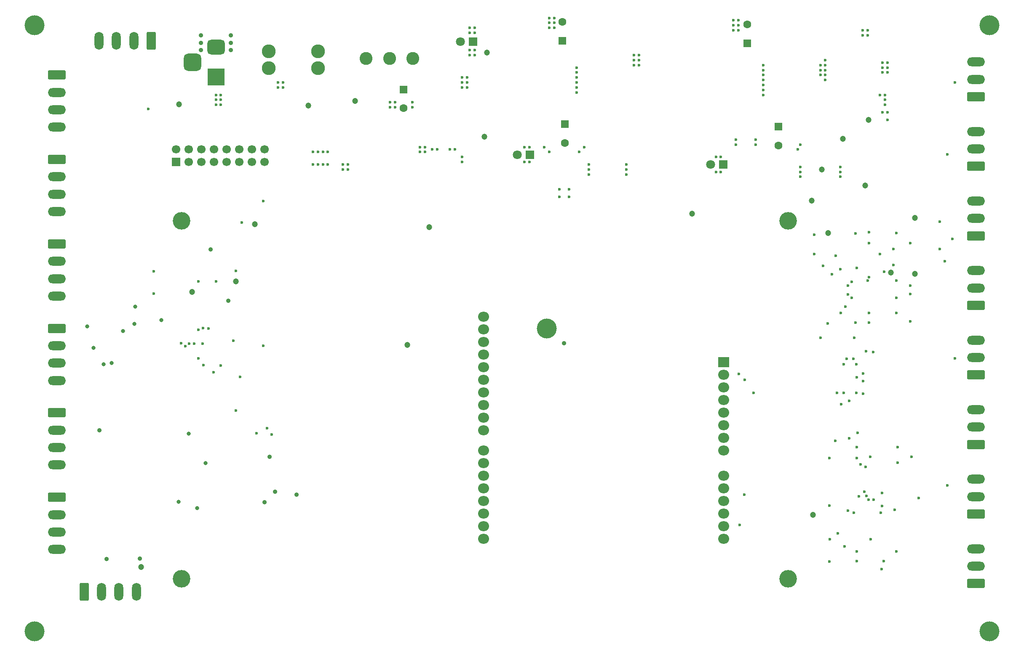
<source format=gbr>
%TF.GenerationSoftware,KiCad,Pcbnew,9.0.6-9.0.6~ubuntu24.04.1*%
%TF.CreationDate,2025-11-26T16:44:32+01:00*%
%TF.ProjectId,HVAC_STM32F7_PCB,48564143-5f53-4544-9d33-3246375f5043,rev?*%
%TF.SameCoordinates,Original*%
%TF.FileFunction,Copper,L2,Inr*%
%TF.FilePolarity,Positive*%
%FSLAX46Y46*%
G04 Gerber Fmt 4.6, Leading zero omitted, Abs format (unit mm)*
G04 Created by KiCad (PCBNEW 9.0.6-9.0.6~ubuntu24.04.1) date 2025-11-26 16:44:32*
%MOMM*%
%LPD*%
G01*
G04 APERTURE LIST*
G04 Aperture macros list*
%AMRoundRect*
0 Rectangle with rounded corners*
0 $1 Rounding radius*
0 $2 $3 $4 $5 $6 $7 $8 $9 X,Y pos of 4 corners*
0 Add a 4 corners polygon primitive as box body*
4,1,4,$2,$3,$4,$5,$6,$7,$8,$9,$2,$3,0*
0 Add four circle primitives for the rounded corners*
1,1,$1+$1,$2,$3*
1,1,$1+$1,$4,$5*
1,1,$1+$1,$6,$7*
1,1,$1+$1,$8,$9*
0 Add four rect primitives between the rounded corners*
20,1,$1+$1,$2,$3,$4,$5,0*
20,1,$1+$1,$4,$5,$6,$7,0*
20,1,$1+$1,$6,$7,$8,$9,0*
20,1,$1+$1,$8,$9,$2,$3,0*%
G04 Aperture macros list end*
%TA.AperFunction,ComponentPad*%
%ADD10RoundRect,0.250000X-1.550000X0.650000X-1.550000X-0.650000X1.550000X-0.650000X1.550000X0.650000X0*%
%TD*%
%TA.AperFunction,ComponentPad*%
%ADD11O,3.600000X1.800000*%
%TD*%
%TA.AperFunction,ComponentPad*%
%ADD12RoundRect,0.250000X-0.650000X-1.550000X0.650000X-1.550000X0.650000X1.550000X-0.650000X1.550000X0*%
%TD*%
%TA.AperFunction,ComponentPad*%
%ADD13O,1.800000X3.600000*%
%TD*%
%TA.AperFunction,ComponentPad*%
%ADD14C,2.780000*%
%TD*%
%TA.AperFunction,ComponentPad*%
%ADD15RoundRect,0.250000X1.550000X-0.650000X1.550000X0.650000X-1.550000X0.650000X-1.550000X-0.650000X0*%
%TD*%
%TA.AperFunction,ComponentPad*%
%ADD16RoundRect,0.250000X0.550000X-0.550000X0.550000X0.550000X-0.550000X0.550000X-0.550000X-0.550000X0*%
%TD*%
%TA.AperFunction,ComponentPad*%
%ADD17C,1.600000*%
%TD*%
%TA.AperFunction,ComponentPad*%
%ADD18R,1.700000X1.700000*%
%TD*%
%TA.AperFunction,ComponentPad*%
%ADD19C,1.700000*%
%TD*%
%TA.AperFunction,ComponentPad*%
%ADD20R,2.200000X2.000000*%
%TD*%
%TA.AperFunction,ComponentPad*%
%ADD21O,2.200000X2.000000*%
%TD*%
%TA.AperFunction,ComponentPad*%
%ADD22C,3.540000*%
%TD*%
%TA.AperFunction,ComponentPad*%
%ADD23RoundRect,0.250000X-0.550000X0.550000X-0.550000X-0.550000X0.550000X-0.550000X0.550000X0.550000X0*%
%TD*%
%TA.AperFunction,ComponentPad*%
%ADD24C,2.600000*%
%TD*%
%TA.AperFunction,ComponentPad*%
%ADD25R,3.500000X3.500000*%
%TD*%
%TA.AperFunction,ComponentPad*%
%ADD26RoundRect,0.750000X-1.000000X0.750000X-1.000000X-0.750000X1.000000X-0.750000X1.000000X0.750000X0*%
%TD*%
%TA.AperFunction,ComponentPad*%
%ADD27RoundRect,0.875000X-0.875000X0.875000X-0.875000X-0.875000X0.875000X-0.875000X0.875000X0.875000X0*%
%TD*%
%TA.AperFunction,ComponentPad*%
%ADD28R,1.800000X1.800000*%
%TD*%
%TA.AperFunction,ComponentPad*%
%ADD29C,1.800000*%
%TD*%
%TA.AperFunction,ComponentPad*%
%ADD30RoundRect,0.250000X0.650000X1.550000X-0.650000X1.550000X-0.650000X-1.550000X0.650000X-1.550000X0*%
%TD*%
%TA.AperFunction,ViaPad*%
%ADD31C,0.600000*%
%TD*%
%TA.AperFunction,ViaPad*%
%ADD32C,0.900000*%
%TD*%
%TA.AperFunction,ViaPad*%
%ADD33C,0.800000*%
%TD*%
%TA.AperFunction,ViaPad*%
%ADD34C,4.000000*%
%TD*%
%TA.AperFunction,ViaPad*%
%ADD35C,1.200000*%
%TD*%
G04 APERTURE END LIST*
D10*
%TO.N,GNDA*%
%TO.C,J4*%
X39500000Y-62000000D03*
D11*
%TO.N,Net-(J18-Pin_5)*%
X39500000Y-65500000D03*
%TO.N,Net-(J4-SIG)*%
X39500000Y-69000000D03*
%TO.N,+24V*%
X39500000Y-72500000D03*
%TD*%
D12*
%TO.N,GNDA*%
%TO.C,J15*%
X45000000Y-149000000D03*
D13*
%TO.N,Net-(J15-GND)*%
X48500000Y-149000000D03*
%TO.N,Net-(J15-SIG)*%
X52000000Y-149000000D03*
%TO.N,+24V*%
X55500000Y-149000000D03*
%TD*%
D14*
%TO.N,Net-(F1-Pad1)*%
%TO.C,F1*%
X82137500Y-40190000D03*
X82137500Y-43590000D03*
%TO.N,Net-(D3-A2)*%
X92057500Y-40190000D03*
X92057500Y-43590000D03*
%TD*%
D15*
%TO.N,GNDA*%
%TO.C,J12*%
X224300000Y-133375000D03*
D11*
%TO.N,Net-(J12-GND)*%
X224300000Y-129875000D03*
%TO.N,GND*%
X224300000Y-126375000D03*
%TD*%
D16*
%TO.N,+24V*%
%TO.C,C2*%
X141100000Y-38102651D03*
D17*
%TO.N,GND*%
X141100000Y-34302651D03*
%TD*%
D10*
%TO.N,GNDA*%
%TO.C,J16*%
X39500000Y-113000000D03*
D11*
%TO.N,Net-(J16-GND)*%
X39500000Y-116500000D03*
%TO.N,Net-(J16-SIG)*%
X39500000Y-120000000D03*
%TO.N,+24V*%
X39500000Y-123500000D03*
%TD*%
D10*
%TO.N,GNDA*%
%TO.C,J14*%
X39500000Y-96000000D03*
D11*
%TO.N,Net-(J14-GND)*%
X39500000Y-99500000D03*
%TO.N,Net-(J14-SIG)*%
X39500000Y-103000000D03*
%TO.N,+24V*%
X39500000Y-106500000D03*
%TD*%
D18*
%TO.N,Net-(J18-Pin_1)*%
%TO.C,J18*%
X63520000Y-62540000D03*
D19*
%TO.N,GND*%
X63520000Y-60000000D03*
%TO.N,Net-(J18-Pin_3)*%
X66060000Y-62540000D03*
%TO.N,GND*%
X66060000Y-60000000D03*
%TO.N,Net-(J18-Pin_5)*%
X68600000Y-62540000D03*
%TO.N,GND*%
X68600000Y-60000000D03*
%TO.N,Net-(J18-Pin_7)*%
X71140000Y-62540000D03*
%TO.N,GND*%
X71140000Y-60000000D03*
%TO.N,Net-(J14-GND)*%
X73680000Y-62540000D03*
%TO.N,GND*%
X73680000Y-60000000D03*
%TO.N,Net-(J16-GND)*%
X76220000Y-62540000D03*
%TO.N,GND*%
X76220000Y-60000000D03*
%TO.N,Net-(J17-GND)*%
X78760000Y-62540000D03*
%TO.N,GND*%
X78760000Y-60000000D03*
%TO.N,Net-(J15-GND)*%
X81300000Y-62540000D03*
%TO.N,GND*%
X81300000Y-60000000D03*
%TD*%
D20*
%TO.N,unconnected-(A1-NC-Pad1)*%
%TO.C,A1*%
X173550000Y-102815000D03*
D21*
%TO.N,unconnected-(A1-IOREF-Pad2)*%
X173550000Y-105355000D03*
%TO.N,unconnected-(A1-~{RESET}-Pad3)*%
X173550000Y-107895000D03*
%TO.N,unconnected-(A1-3V3-Pad4)*%
X173550000Y-110435000D03*
%TO.N,unconnected-(A1-+5V-Pad5)*%
X173550000Y-112975000D03*
%TO.N,GND*%
X173550000Y-115515000D03*
X173550000Y-118055000D03*
%TO.N,+3.3V*%
X173550000Y-120595000D03*
%TO.N,unconnected-(A1-A0-Pad9)*%
X173550000Y-125675000D03*
%TO.N,unconnected-(A1-A1-Pad10)*%
X173550000Y-128215000D03*
%TO.N,MOSI_OUT*%
X173550000Y-130755000D03*
%TO.N,unconnected-(A1-A3-Pad12)*%
X173550000Y-133295000D03*
%TO.N,SCK_OUT*%
X173550000Y-135835000D03*
%TO.N,NSS_OUT*%
X173550000Y-138375000D03*
%TO.N,unconnected-(A1-D0{slash}S6RX-Pad15)*%
X125290000Y-138375000D03*
%TO.N,unconnected-(A1-D1{slash}S6TX-Pad16)*%
X125290000Y-135835000D03*
%TO.N,unconnected-(A1-D2-Pad17)*%
X125290000Y-133295000D03*
%TO.N,unconnected-(A1-D3-Pad18)*%
X125290000Y-130755000D03*
%TO.N,unconnected-(A1-D4-Pad19)*%
X125290000Y-128215000D03*
%TO.N,Net-(A1-D5)*%
X125290000Y-125675000D03*
%TO.N,Net-(A1-D6)*%
X125290000Y-123135000D03*
%TO.N,Net-(A1-D7)*%
X125290000Y-120595000D03*
%TO.N,Net-(A1-D8)*%
X125290000Y-116535000D03*
%TO.N,unconnected-(A1-D9-Pad24)*%
X125290000Y-113995000D03*
%TO.N,unconnected-(A1-D10-Pad25)*%
X125290000Y-111455000D03*
%TO.N,unconnected-(A1-D11-Pad26)*%
X125290000Y-108915000D03*
%TO.N,unconnected-(A1-D12-Pad27)*%
X125290000Y-106375000D03*
%TO.N,unconnected-(A1-D13-Pad28)*%
X125290000Y-103835000D03*
%TO.N,GND*%
X125290000Y-101295000D03*
%TO.N,unconnected-(A1-AREF-Pad30)*%
X125290000Y-98755000D03*
%TO.N,unconnected-(A1-SDA{slash}A4-Pad31)*%
X125290000Y-96215000D03*
%TO.N,unconnected-(A1-SCL{slash}A5-Pad32)*%
X125290000Y-93675000D03*
D22*
%TO.N,N/C*%
X186550000Y-74375000D03*
X64550000Y-74375000D03*
X186550000Y-146375000D03*
X64550000Y-146375000D03*
%TD*%
D16*
%TO.N,+24V*%
%TO.C,C5*%
X178300000Y-38602651D03*
D17*
%TO.N,GND*%
X178300000Y-34802651D03*
%TD*%
D15*
%TO.N,GNDA*%
%TO.C,J9*%
X224300000Y-91375000D03*
D11*
%TO.N,Net-(J9-GND)*%
X224300000Y-87875000D03*
%TO.N,GND*%
X224300000Y-84375000D03*
%TD*%
D23*
%TO.N,+3.3V*%
%TO.C,C8*%
X184550000Y-55422349D03*
D17*
%TO.N,GND*%
X184550000Y-59222349D03*
%TD*%
D10*
%TO.N,GNDA*%
%TO.C,J3*%
X39550000Y-45000000D03*
D11*
%TO.N,Net-(J18-Pin_3)*%
X39550000Y-48500000D03*
%TO.N,Net-(J3-SIG)*%
X39550000Y-52000000D03*
%TO.N,+24V*%
X39550000Y-55500000D03*
%TD*%
D24*
%TO.N,Net-(Q1-D)*%
%TO.C,SW1*%
X101700000Y-41690000D03*
%TO.N,Net-(SW1-B)*%
X106400000Y-41690000D03*
%TO.N,N/C*%
X111100000Y-41690000D03*
%TD*%
D25*
%TO.N,Net-(F1-Pad1)*%
%TO.C,J1*%
X71507500Y-45400000D03*
D26*
%TO.N,GND*%
X71507500Y-39400000D03*
D27*
%TO.N,N/C*%
X66807500Y-42400000D03*
%TD*%
D23*
%TO.N,Net-(SW1-B)*%
%TO.C,C15*%
X109200000Y-47900000D03*
D17*
%TO.N,GND*%
X109200000Y-51700000D03*
%TD*%
D28*
%TO.N,GND*%
%TO.C,D7*%
X134600000Y-61050000D03*
D29*
%TO.N,Net-(D7-A)*%
X132060000Y-61050000D03*
%TD*%
D10*
%TO.N,GNDA*%
%TO.C,J5*%
X39500000Y-79000000D03*
D11*
%TO.N,Net-(J18-Pin_7)*%
X39500000Y-82500000D03*
%TO.N,Net-(J5-SIG)*%
X39500000Y-86000000D03*
%TO.N,+24V*%
X39500000Y-89500000D03*
%TD*%
D23*
%TO.N,+5V*%
%TO.C,C3*%
X141600000Y-54847349D03*
D17*
%TO.N,GND*%
X141600000Y-58647349D03*
%TD*%
D30*
%TO.N,GNDA*%
%TO.C,J2*%
X58482500Y-38107500D03*
D13*
%TO.N,Net-(J18-Pin_1)*%
X54982500Y-38107500D03*
%TO.N,Net-(J2-SIG)*%
X51482500Y-38107500D03*
%TO.N,+24V*%
X47982500Y-38107500D03*
%TD*%
D15*
%TO.N,GNDA*%
%TO.C,J8*%
X224300000Y-77375000D03*
D11*
%TO.N,Net-(J8-GND)*%
X224300000Y-73875000D03*
%TO.N,GND*%
X224300000Y-70375000D03*
%TD*%
D15*
%TO.N,GNDA*%
%TO.C,J11*%
X224300000Y-119375000D03*
D11*
%TO.N,Net-(J11-GND)*%
X224300000Y-115875000D03*
%TO.N,GND*%
X224300000Y-112375000D03*
%TD*%
D15*
%TO.N,GNDA*%
%TO.C,J10*%
X224300000Y-105375000D03*
D11*
%TO.N,Net-(J10-GND)*%
X224300000Y-101875000D03*
%TO.N,GND*%
X224300000Y-98375000D03*
%TD*%
D15*
%TO.N,GNDA*%
%TO.C,J7*%
X224300000Y-63375000D03*
D11*
%TO.N,Net-(J7-GND)*%
X224300000Y-59875000D03*
%TO.N,GND*%
X224300000Y-56375000D03*
%TD*%
D10*
%TO.N,GNDA*%
%TO.C,J17*%
X39500000Y-130000000D03*
D11*
%TO.N,Net-(J17-GND)*%
X39500000Y-133500000D03*
%TO.N,Net-(J17-SIG)*%
X39500000Y-137000000D03*
%TO.N,+24V*%
X39500000Y-140500000D03*
%TD*%
D15*
%TO.N,GNDA*%
%TO.C,J6*%
X224300000Y-49375000D03*
D11*
%TO.N,Net-(J6-GND)*%
X224300000Y-45875000D03*
%TO.N,GND*%
X224300000Y-42375000D03*
%TD*%
D28*
%TO.N,GND*%
%TO.C,D6*%
X173450000Y-63025000D03*
D29*
%TO.N,Net-(D6-A)*%
X170910000Y-63025000D03*
%TD*%
D15*
%TO.N,GNDA*%
%TO.C,J13*%
X224300000Y-147375000D03*
D11*
%TO.N,Net-(J13-GND)*%
X224300000Y-143875000D03*
%TO.N,GND*%
X224300000Y-140375000D03*
%TD*%
D28*
%TO.N,GND*%
%TO.C,D5*%
X123200000Y-38300000D03*
D29*
%TO.N,Net-(D5-A)*%
X120660000Y-38300000D03*
%TD*%
D31*
%TO.N,GND*%
X181500000Y-49000000D03*
X181500000Y-47000000D03*
X181500000Y-48000000D03*
X181500000Y-46000000D03*
X181500000Y-44000000D03*
X181500000Y-43000000D03*
X181500000Y-45000000D03*
X144000000Y-48500000D03*
X144000000Y-47500000D03*
X144000000Y-46500000D03*
X144000000Y-45500000D03*
X144000000Y-44500000D03*
X144000000Y-43500000D03*
X175500000Y-34000000D03*
X176500000Y-36000000D03*
X175500000Y-36000000D03*
X176500000Y-35000000D03*
X175500000Y-35000000D03*
X176500000Y-34000000D03*
X138500000Y-33500000D03*
X139500000Y-35500000D03*
X138500000Y-35500000D03*
X139500000Y-34500000D03*
X138500000Y-34500000D03*
X139500000Y-33500000D03*
X188500000Y-60000000D03*
X189000000Y-59000000D03*
X145500000Y-59500000D03*
X144500000Y-60500000D03*
X137500000Y-59500000D03*
X138500000Y-60500000D03*
X142500000Y-69500000D03*
X142500000Y-68000000D03*
X140500000Y-69500000D03*
X140500000Y-68000000D03*
X156500000Y-43000000D03*
X155500000Y-43000000D03*
X156500000Y-41000000D03*
X156500000Y-42000000D03*
X155500000Y-42000000D03*
X155500000Y-41000000D03*
X193000000Y-45000000D03*
X193000000Y-44000000D03*
X193000000Y-43000000D03*
X194000000Y-46000000D03*
X194000000Y-45000000D03*
X194000000Y-44000000D03*
X194000000Y-43000000D03*
X194000000Y-42000000D03*
X202500000Y-36000000D03*
X202500000Y-37000000D03*
X201500000Y-37000000D03*
X201500000Y-36000000D03*
X206500000Y-42500000D03*
X205500000Y-42500000D03*
X206500000Y-43500000D03*
X205500000Y-43500000D03*
X206500000Y-44500000D03*
X205500000Y-44500000D03*
X205000000Y-49000000D03*
X206000000Y-49000000D03*
X206000000Y-50000000D03*
X206000000Y-51000000D03*
X206500000Y-54000000D03*
X206500000Y-52500000D03*
X205500000Y-52500000D03*
X197000000Y-63500000D03*
X197000000Y-64500000D03*
X197000000Y-65500000D03*
X189000000Y-63500000D03*
X189000000Y-64500000D03*
X189000000Y-65500000D03*
X176000000Y-59000000D03*
X176000000Y-58000000D03*
X180000000Y-59000000D03*
X180000000Y-58000000D03*
X173000000Y-61500000D03*
X172000000Y-61500000D03*
X173000000Y-64500000D03*
X172000000Y-64500000D03*
X154000000Y-63000000D03*
X154000000Y-64000000D03*
X154000000Y-65000000D03*
X146500000Y-63000000D03*
X146500000Y-64000000D03*
X146500000Y-65000000D03*
X133500000Y-59500000D03*
X134500000Y-59500000D03*
X134500000Y-62500000D03*
X133500000Y-62500000D03*
X121000000Y-62500000D03*
X121000000Y-61500000D03*
X119500000Y-60000000D03*
X118500000Y-60000000D03*
X94000000Y-63000000D03*
X93000000Y-63000000D03*
X92000000Y-63000000D03*
X91000000Y-63000000D03*
X94000000Y-60500000D03*
X93000000Y-60500000D03*
X92000000Y-60500000D03*
X91000000Y-60500000D03*
X97000000Y-63000000D03*
X97000000Y-64000000D03*
X98000000Y-64000000D03*
X98000000Y-63000000D03*
X113500000Y-59500000D03*
X112500000Y-59500000D03*
X112500000Y-60500000D03*
X113500000Y-60500000D03*
X116000000Y-60000000D03*
X115000000Y-60000000D03*
X122000000Y-47500000D03*
X122000000Y-46500000D03*
X122000000Y-45500000D03*
X121000000Y-45500000D03*
X121000000Y-46500000D03*
X121000000Y-47500000D03*
X123500000Y-41000000D03*
X122500000Y-41000000D03*
X123500000Y-35500000D03*
X122500000Y-35500000D03*
X123500000Y-36500000D03*
X122500000Y-36500000D03*
X123500000Y-40000000D03*
X122500000Y-40000000D03*
X111000000Y-51500000D03*
X111000000Y-50500000D03*
X106500000Y-50500000D03*
X106500000Y-51500000D03*
X107500000Y-51500000D03*
X107500000Y-50500000D03*
X85000000Y-46500000D03*
X84000000Y-46500000D03*
X85000000Y-47500000D03*
X84000000Y-47500000D03*
X71500000Y-49000000D03*
X71500000Y-50000000D03*
X71500000Y-51000000D03*
X72500000Y-51000000D03*
X72500000Y-50000000D03*
X72500000Y-49000000D03*
D32*
X74500000Y-37000000D03*
X68500000Y-37000000D03*
X68500000Y-40000000D03*
X68500000Y-38500000D03*
X74500000Y-38500000D03*
X74500000Y-40000000D03*
D33*
%TO.N,Net-(J15-SIG)*%
X67700000Y-132200000D03*
D31*
%TO.N,+5V*%
X68000000Y-102000000D03*
D34*
%TO.N,*%
X227000000Y-157000000D03*
X35000000Y-157000000D03*
X35000000Y-35000000D03*
X227000000Y-35000000D03*
X138000000Y-96000000D03*
D35*
%TO.N,+24V*%
X64100000Y-50900000D03*
X126000000Y-40500000D03*
X125500000Y-57400000D03*
%TO.N,GND*%
X194550000Y-76837500D03*
D31*
X75500000Y-84462500D03*
D35*
X212000000Y-85000000D03*
D31*
X68800000Y-99084846D03*
X81000000Y-99462500D03*
D35*
X212000000Y-73750000D03*
D31*
X69000000Y-103362500D03*
D32*
X141500000Y-99000000D03*
D31*
X81000000Y-70400000D03*
X76700000Y-74700000D03*
D35*
X193250000Y-64000000D03*
%TO.N,+5V*%
X75500000Y-86537500D03*
X79300000Y-75000000D03*
D31*
X68000000Y-96253295D03*
D35*
X66700000Y-88700000D03*
%TO.N,+3.3V*%
X167200000Y-72900000D03*
X114400000Y-75600000D03*
D31*
X199600000Y-102125000D03*
D35*
X197500000Y-57800000D03*
X110000000Y-99300000D03*
D31*
%TO.N,Net-(U7-REFIO)*%
X71500000Y-86537500D03*
X70000000Y-96000000D03*
%TO.N,Net-(U7-REFCAP)*%
X68950000Y-95950000D03*
X68000000Y-86537500D03*
%TO.N,GNDA*%
X58982500Y-89005000D03*
X58982500Y-84505000D03*
D35*
X56500000Y-144000000D03*
D31*
%TO.N,Net-(U5A-+)*%
X202801000Y-85692703D03*
X202801000Y-78875000D03*
%TO.N,Net-(U5C-+)*%
X194450000Y-94987500D03*
X195300000Y-85125000D03*
%TO.N,Net-(U5B-+)*%
X205000000Y-81000000D03*
X205800000Y-84625000D03*
%TO.N,Net-(U5D-+)*%
X202550000Y-86375000D03*
X202800000Y-92875000D03*
%TO.N,Net-(U6B-+)*%
X194800000Y-142912500D03*
X203700000Y-130475000D03*
X203100000Y-138475000D03*
X194900000Y-138475000D03*
%TO.N,Net-(U6D-+)*%
X194800000Y-131700000D03*
X194800000Y-122125000D03*
%TO.N,Net-(U6C-+)*%
X202700000Y-130475000D03*
X203050000Y-121875000D03*
%TO.N,Net-(U6A-+)*%
X205762500Y-142875000D03*
X205412500Y-131775000D03*
D35*
%TO.N,Net-(D3-A2)*%
X90100000Y-51190000D03*
D33*
%TO.N,Net-(J2-SIG)*%
X55300000Y-91600000D03*
%TO.N,Net-(J3-SIG)*%
X52800000Y-96500000D03*
%TO.N,Net-(J4-SIG)*%
X48900000Y-103200000D03*
%TO.N,Net-(J5-SIG)*%
X45600000Y-95600000D03*
D31*
%TO.N,Net-(J6-GND)*%
X211050000Y-87375000D03*
X211050000Y-78875000D03*
X219500000Y-78000000D03*
X220000000Y-46500000D03*
%TO.N,Net-(J7-GND)*%
X193050000Y-97875000D03*
X218000000Y-82500000D03*
X218500000Y-61000000D03*
X199800000Y-97875000D03*
X193500000Y-83425000D03*
X200050000Y-94875000D03*
%TO.N,Net-(J8-GND)*%
X207673000Y-83227000D03*
X207673000Y-80000000D03*
X217000000Y-74500000D03*
X217000000Y-80000000D03*
%TO.N,Net-(J9-GND)*%
X198550000Y-89175000D03*
X211050000Y-89125000D03*
X211050000Y-94625000D03*
X198550000Y-87375000D03*
%TO.N,Net-(J10-GND)*%
X220000000Y-102000000D03*
X200300000Y-142875000D03*
X205431656Y-129092095D03*
X218500000Y-127600000D03*
%TO.N,Net-(J11-GND)*%
X200500000Y-117000000D03*
X200300000Y-122125000D03*
X199687500Y-133075000D03*
%TO.N,Net-(J12-GND)*%
X212750000Y-130129000D03*
X201838500Y-128838500D03*
X202100000Y-123878000D03*
X211300000Y-121875000D03*
%TO.N,Net-(J13-GND)*%
X205300000Y-144475000D03*
X205135500Y-133075000D03*
%TO.N,Net-(J15-SIG)*%
X65323000Y-99621612D03*
D32*
X56200000Y-142300000D03*
D31*
%TO.N,Net-(J17-SIG)*%
X67096562Y-99113347D03*
D33*
X69400000Y-123100000D03*
D35*
%TO.N,Net-(Q1-D)*%
X99500000Y-50200000D03*
D31*
%TO.N,Net-(U3-VOUTB)*%
X198800000Y-118125000D03*
X198800000Y-110625000D03*
%TO.N,Net-(U3-VOUTC)*%
X198040500Y-91616500D03*
X198300000Y-102125000D03*
%TO.N,Net-(U3-VOUTA)*%
X202800000Y-76625000D03*
X203600000Y-100800000D03*
%TO.N,Net-(U3-VOUTD)*%
X197897610Y-139848000D03*
X197650000Y-108995000D03*
%TO.N,Net-(U3-VOUTE)*%
X191800000Y-81000000D03*
X196050000Y-81375000D03*
X197650000Y-103255000D03*
X191800000Y-77125000D03*
%TO.N,Net-(U3-VOUTF)*%
X196500000Y-137275000D03*
X197200000Y-111279509D03*
%TO.N,Net-(U3-VOUTG)*%
X202800000Y-94875000D03*
X202200000Y-100625000D03*
%TO.N,Net-(U3-VOUTH)*%
X196000000Y-118625000D03*
X196350000Y-108995000D03*
%TO.N,Net-(U5A--)*%
X208300000Y-76837500D03*
X208300000Y-86375000D03*
%TO.N,Net-(U5C--)*%
X197059500Y-92875000D03*
X197050000Y-84125000D03*
%TO.N,Net-(U5B--)*%
X200050000Y-76875000D03*
X200300000Y-83875000D03*
%TO.N,Net-(U5D--)*%
X208300000Y-89875000D03*
X199300000Y-86652000D03*
X199300000Y-89875000D03*
X208300000Y-92875000D03*
%TO.N,Net-(U6B--)*%
X200300000Y-140875000D03*
X202281000Y-129703000D03*
%TO.N,Net-(U6D--)*%
X198500000Y-132700000D03*
X200300000Y-119875000D03*
%TO.N,Net-(U6C--)*%
X208550000Y-123000000D03*
X208550000Y-119875000D03*
X201050000Y-123375000D03*
X200752000Y-129825000D03*
%TO.N,Net-(U6A--)*%
X207900000Y-132475000D03*
X208300000Y-140875000D03*
%TO.N,Net-(A1-D6)*%
X82700000Y-117400000D03*
X76400000Y-105800000D03*
%TO.N,Net-(A1-D8)*%
X71000000Y-104800000D03*
X75500000Y-112500000D03*
%TO.N,Net-(A1-D5)*%
X72500000Y-103500000D03*
X79700000Y-117100000D03*
%TO.N,SCK_OUT*%
X176800000Y-135600000D03*
X200300000Y-105875000D03*
X177800000Y-106375000D03*
X200250000Y-108995000D03*
%TO.N,Net-(A1-D7)*%
X81800000Y-116127000D03*
X75000000Y-98500000D03*
%TO.N,MOSI_OUT*%
X201564069Y-109139069D03*
X201550000Y-106625000D03*
X179600000Y-109000000D03*
X177687500Y-129487500D03*
%TO.N,NSS_OUT*%
X201550000Y-105125000D03*
X176600000Y-105200000D03*
X200250000Y-103255000D03*
D33*
%TO.N,Net-(J18-Pin_1)*%
X60500000Y-94300000D03*
D31*
%TO.N,Net-(J18-Pin_3)*%
X57900000Y-51800000D03*
D33*
X55100000Y-95100000D03*
%TO.N,Net-(J18-Pin_5)*%
X50500000Y-103000000D03*
D32*
%TO.N,Net-(J18-Pin_7)*%
X70400000Y-80100000D03*
D33*
X46900000Y-99900000D03*
D32*
%TO.N,Net-(J14-GND)*%
X74000000Y-90400000D03*
%TO.N,Net-(J15-GND)*%
X87700000Y-129500000D03*
X49500000Y-142400000D03*
D31*
X64500000Y-99000000D03*
D33*
X64000000Y-130900000D03*
D32*
%TO.N,Net-(J16-GND)*%
X48100000Y-116500000D03*
X82250000Y-121850000D03*
D33*
%TO.N,Net-(J17-GND)*%
X66000000Y-117200000D03*
D32*
X81275000Y-131025000D03*
X83400000Y-128900000D03*
D31*
X66100000Y-99100000D03*
D35*
%TO.N,Net-(U5E-V+)*%
X191250000Y-70250000D03*
X202712500Y-54000000D03*
X202000000Y-67250000D03*
X207175000Y-84750000D03*
X191500000Y-133500000D03*
%TD*%
M02*

</source>
